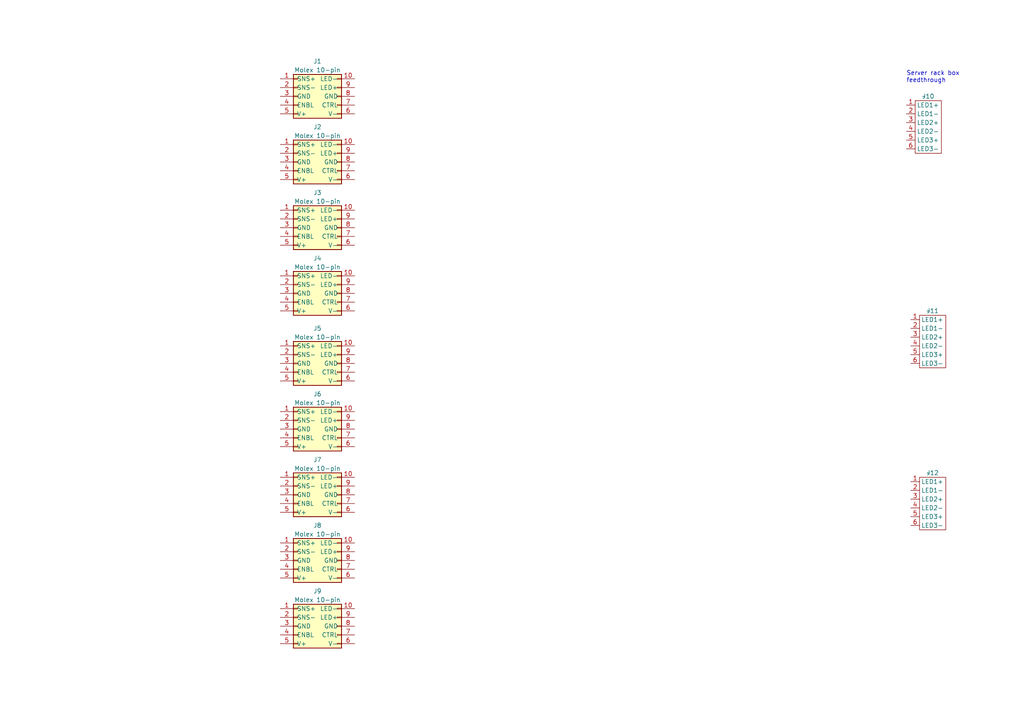
<source format=kicad_sch>
(kicad_sch (version 20230121) (generator eeschema)

  (uuid 33b0be37-4aa5-415a-8914-5441d29c7862)

  (paper "A4")

  (lib_symbols
    (symbol "bayonet_6pin_1" (in_bom yes) (on_board yes)
      (property "Reference" "J" (at 0 8.89 0)
        (effects (font (size 1.27 1.27)))
      )
      (property "Value" "" (at 1.27 8.89 0)
        (effects (font (size 1.27 1.27)))
      )
      (property "Footprint" "" (at 1.27 8.89 0)
        (effects (font (size 1.27 1.27)) hide)
      )
      (property "Datasheet" "" (at 1.27 8.89 0)
        (effects (font (size 1.27 1.27)) hide)
      )
      (symbol "bayonet_6pin_1_0_1"
        (rectangle (start -3.81 7.62) (end 3.81 -7.62)
          (stroke (width 0) (type default))
          (fill (type none))
        )
      )
      (symbol "bayonet_6pin_1_1_1"
        (pin passive line (at 6.35 6.35 180) (length 2.54)
          (name "LED1+" (effects (font (size 1.27 1.27))))
          (number "1" (effects (font (size 1.27 1.27))))
        )
        (pin passive line (at 6.35 3.81 180) (length 2.54)
          (name "LED1-" (effects (font (size 1.27 1.27))))
          (number "2" (effects (font (size 1.27 1.27))))
        )
        (pin passive line (at 6.35 1.27 180) (length 2.54)
          (name "LED2+" (effects (font (size 1.27 1.27))))
          (number "3" (effects (font (size 1.27 1.27))))
        )
        (pin passive line (at 6.35 -1.27 180) (length 2.54)
          (name "LED2-" (effects (font (size 1.27 1.27))))
          (number "4" (effects (font (size 1.27 1.27))))
        )
        (pin passive line (at 6.35 -3.81 180) (length 2.54)
          (name "LED3+" (effects (font (size 1.27 1.27))))
          (number "5" (effects (font (size 1.27 1.27))))
        )
        (pin passive line (at 6.35 -6.35 180) (length 2.54)
          (name "LED3-" (effects (font (size 1.27 1.27))))
          (number "6" (effects (font (size 1.27 1.27))))
        )
      )
    )
    (symbol "bayonet_6pin_2" (in_bom yes) (on_board yes)
      (property "Reference" "J" (at 0 8.89 0)
        (effects (font (size 1.27 1.27)))
      )
      (property "Value" "" (at 1.27 8.89 0)
        (effects (font (size 1.27 1.27)))
      )
      (property "Footprint" "" (at 1.27 8.89 0)
        (effects (font (size 1.27 1.27)) hide)
      )
      (property "Datasheet" "" (at 1.27 8.89 0)
        (effects (font (size 1.27 1.27)) hide)
      )
      (symbol "bayonet_6pin_2_0_1"
        (rectangle (start -3.81 7.62) (end 3.81 -7.62)
          (stroke (width 0) (type default))
          (fill (type none))
        )
      )
      (symbol "bayonet_6pin_2_1_1"
        (pin passive line (at 6.35 6.35 180) (length 2.54)
          (name "LED1+" (effects (font (size 1.27 1.27))))
          (number "1" (effects (font (size 1.27 1.27))))
        )
        (pin passive line (at 6.35 3.81 180) (length 2.54)
          (name "LED1-" (effects (font (size 1.27 1.27))))
          (number "2" (effects (font (size 1.27 1.27))))
        )
        (pin passive line (at 6.35 1.27 180) (length 2.54)
          (name "LED2+" (effects (font (size 1.27 1.27))))
          (number "3" (effects (font (size 1.27 1.27))))
        )
        (pin passive line (at 6.35 -1.27 180) (length 2.54)
          (name "LED2-" (effects (font (size 1.27 1.27))))
          (number "4" (effects (font (size 1.27 1.27))))
        )
        (pin passive line (at 6.35 -3.81 180) (length 2.54)
          (name "LED3+" (effects (font (size 1.27 1.27))))
          (number "5" (effects (font (size 1.27 1.27))))
        )
        (pin passive line (at 6.35 -6.35 180) (length 2.54)
          (name "LED3-" (effects (font (size 1.27 1.27))))
          (number "6" (effects (font (size 1.27 1.27))))
        )
      )
    )
    (symbol "led_driver:Molex_10-pin" (pin_names (offset 1.016)) (in_bom yes) (on_board yes)
      (property "Reference" "J1" (at 6.35 7.62 0)
        (effects (font (size 1.27 1.27)))
      )
      (property "Value" "Molex 10-pin" (at 6.35 -7.62 0)
        (effects (font (size 1.27 1.27)))
      )
      (property "Footprint" "Connector_PinHeader_2.54mm:PinHeader_2x05_P2.54mm_Vertical" (at 2.54 12.7 0)
        (effects (font (size 1.27 1.27)) hide)
      )
      (property "Datasheet" "~" (at 10.16 10.16 0)
        (effects (font (size 1.27 1.27)) hide)
      )
      (property "ki_keywords" "connector" (at 0 0 0)
        (effects (font (size 1.27 1.27)) hide)
      )
      (property "ki_description" "Generic connector, double row, 02x05, counter clockwise pin numbering scheme (similar to DIP package numbering), script generated (kicad-library-utils/schlib/autogen/connector/)" (at 0 0 0)
        (effects (font (size 1.27 1.27)) hide)
      )
      (property "ki_fp_filters" "Connector*:*_2x??_*" (at 0 0 0)
        (effects (font (size 1.27 1.27)) hide)
      )
      (symbol "Molex_10-pin_1_1"
        (rectangle (start -1.27 -4.953) (end 0 -5.207)
          (stroke (width 0.1524) (type default))
          (fill (type none))
        )
        (rectangle (start -1.27 -2.413) (end 0 -2.667)
          (stroke (width 0.1524) (type default))
          (fill (type none))
        )
        (rectangle (start -1.27 0.127) (end 0 -0.127)
          (stroke (width 0.1524) (type default))
          (fill (type none))
        )
        (rectangle (start -1.27 2.667) (end 0 2.413)
          (stroke (width 0.1524) (type default))
          (fill (type none))
        )
        (rectangle (start -1.27 5.207) (end 0 4.953)
          (stroke (width 0.1524) (type default))
          (fill (type none))
        )
        (rectangle (start -1.27 6.35) (end 12.7 -6.35)
          (stroke (width 0.254) (type default))
          (fill (type background))
        )
        (rectangle (start 11.43 5.207) (end 12.7 4.953)
          (stroke (width 0.1524) (type default))
          (fill (type none))
        )
        (rectangle (start 12.7 -4.953) (end 11.43 -5.207)
          (stroke (width 0.1524) (type default))
          (fill (type none))
        )
        (rectangle (start 12.7 -2.413) (end 11.43 -2.667)
          (stroke (width 0.1524) (type default))
          (fill (type none))
        )
        (rectangle (start 12.7 0.127) (end 11.43 -0.127)
          (stroke (width 0.1524) (type default))
          (fill (type none))
        )
        (rectangle (start 12.7 2.667) (end 11.43 2.413)
          (stroke (width 0.1524) (type default))
          (fill (type none))
        )
        (pin passive line (at -5.08 5.08 0) (length 3.81)
          (name "SNS+" (effects (font (size 1.27 1.27))))
          (number "1" (effects (font (size 1.27 1.27))))
        )
        (pin passive line (at 16.51 5.08 180) (length 3.81)
          (name "LED-" (effects (font (size 1.27 1.27))))
          (number "10" (effects (font (size 1.27 1.27))))
        )
        (pin passive line (at -5.08 2.54 0) (length 3.81)
          (name "SNS-" (effects (font (size 1.27 1.27))))
          (number "2" (effects (font (size 1.27 1.27))))
        )
        (pin passive line (at -5.08 0 0) (length 3.81)
          (name "GND" (effects (font (size 1.27 1.27))))
          (number "3" (effects (font (size 1.27 1.27))))
        )
        (pin passive line (at -5.08 -2.54 0) (length 3.81)
          (name "ENBL" (effects (font (size 1.27 1.27))))
          (number "4" (effects (font (size 1.27 1.27))))
        )
        (pin passive line (at -5.08 -5.08 0) (length 3.81)
          (name "V+" (effects (font (size 1.27 1.27))))
          (number "5" (effects (font (size 1.27 1.27))))
        )
        (pin passive line (at 16.51 -5.08 180) (length 3.81)
          (name "V-" (effects (font (size 1.27 1.27))))
          (number "6" (effects (font (size 1.27 1.27))))
        )
        (pin passive line (at 16.51 -2.54 180) (length 3.81)
          (name "CTRL" (effects (font (size 1.27 1.27))))
          (number "7" (effects (font (size 1.27 1.27))))
        )
        (pin passive line (at 16.51 0 180) (length 3.81)
          (name "GND" (effects (font (size 1.27 1.27))))
          (number "8" (effects (font (size 1.27 1.27))))
        )
        (pin passive line (at 16.51 2.54 180) (length 3.81)
          (name "LED+" (effects (font (size 1.27 1.27))))
          (number "9" (effects (font (size 1.27 1.27))))
        )
      )
    )
    (symbol "led_driver:bayonet_6pin" (in_bom yes) (on_board yes)
      (property "Reference" "J" (at 0 8.89 0)
        (effects (font (size 1.27 1.27)))
      )
      (property "Value" "" (at 1.27 8.89 0)
        (effects (font (size 1.27 1.27)))
      )
      (property "Footprint" "" (at 1.27 8.89 0)
        (effects (font (size 1.27 1.27)) hide)
      )
      (property "Datasheet" "" (at 1.27 8.89 0)
        (effects (font (size 1.27 1.27)) hide)
      )
      (symbol "bayonet_6pin_0_1"
        (rectangle (start -3.81 7.62) (end 3.81 -7.62)
          (stroke (width 0) (type default))
          (fill (type none))
        )
      )
      (symbol "bayonet_6pin_1_1"
        (pin passive line (at 6.35 6.35 180) (length 2.54)
          (name "LED1+" (effects (font (size 1.27 1.27))))
          (number "1" (effects (font (size 1.27 1.27))))
        )
        (pin passive line (at 6.35 3.81 180) (length 2.54)
          (name "LED1-" (effects (font (size 1.27 1.27))))
          (number "2" (effects (font (size 1.27 1.27))))
        )
        (pin passive line (at 6.35 1.27 180) (length 2.54)
          (name "LED2+" (effects (font (size 1.27 1.27))))
          (number "3" (effects (font (size 1.27 1.27))))
        )
        (pin passive line (at 6.35 -1.27 180) (length 2.54)
          (name "LED2-" (effects (font (size 1.27 1.27))))
          (number "4" (effects (font (size 1.27 1.27))))
        )
        (pin passive line (at 6.35 -3.81 180) (length 2.54)
          (name "LED3+" (effects (font (size 1.27 1.27))))
          (number "5" (effects (font (size 1.27 1.27))))
        )
        (pin passive line (at 6.35 -6.35 180) (length 2.54)
          (name "LED3-" (effects (font (size 1.27 1.27))))
          (number "6" (effects (font (size 1.27 1.27))))
        )
      )
    )
  )


  (text "Server rack box \nfeedthrough" (at 262.89 24.13 0)
    (effects (font (size 1.27 1.27)) (justify left bottom))
    (uuid ec0d06cf-8e53-456b-93c5-f58c9ef1b265)
  )

  (symbol (lib_id "led_driver:bayonet_6pin") (at 269.24 36.83 0) (mirror y) (unit 1)
    (in_bom yes) (on_board yes) (dnp no)
    (uuid 17302c5b-3cd3-44f7-bcc3-9488abde17de)
    (property "Reference" "J10" (at 269.24 27.94 0)
      (effects (font (size 1.27 1.27)))
    )
    (property "Value" "~" (at 267.97 27.94 0)
      (effects (font (size 1.27 1.27)))
    )
    (property "Footprint" "" (at 267.97 27.94 0)
      (effects (font (size 1.27 1.27)) hide)
    )
    (property "Datasheet" "" (at 267.97 27.94 0)
      (effects (font (size 1.27 1.27)) hide)
    )
    (pin "1" (uuid 7ea9e5ee-c29b-444f-84cc-186b3308def2))
    (pin "2" (uuid 5f772732-2db1-4fd6-9035-70f6ee3c5a91))
    (pin "3" (uuid a11a674b-5387-4d89-b22c-a7e5fc02352d))
    (pin "4" (uuid c3e77db4-54c2-4078-a1f2-89ed388dd2bf))
    (pin "5" (uuid ad9f68f7-46e3-4907-b323-b49839695614))
    (pin "6" (uuid 212ab176-f7e6-4d1a-aa17-7b47ed53d82a))
    (instances
      (project "led_driver_box"
        (path "/33b0be37-4aa5-415a-8914-5441d29c7862"
          (reference "J10") (unit 1)
        )
      )
    )
  )

  (symbol (lib_id "led_driver:Molex_10-pin") (at 86.36 124.46 0) (unit 1)
    (in_bom yes) (on_board yes) (dnp no) (fields_autoplaced)
    (uuid 1f1202d1-afd4-4efc-a4f7-51ae089d0dc4)
    (property "Reference" "J6" (at 92.075 114.3 0)
      (effects (font (size 1.27 1.27)))
    )
    (property "Value" "Molex 10-pin" (at 92.075 116.84 0)
      (effects (font (size 1.27 1.27)))
    )
    (property "Footprint" "Connector_PinHeader_2.54mm:PinHeader_2x05_P2.54mm_Vertical" (at 88.9 111.76 0)
      (effects (font (size 1.27 1.27)) hide)
    )
    (property "Datasheet" "~" (at 96.52 114.3 0)
      (effects (font (size 1.27 1.27)) hide)
    )
    (pin "1" (uuid 165d4e50-1d44-436f-a5cf-4f59b29f4e62))
    (pin "10" (uuid 6bec7ab4-9d52-41ae-a28e-841e26aaa00b))
    (pin "2" (uuid b14f6dc5-6266-44cf-a078-2eff25814b89))
    (pin "3" (uuid 63d185fe-eff7-47ef-bb4f-bf308b20b2df))
    (pin "4" (uuid 737f1366-7c25-4ddb-b8ad-9f4a27d9533b))
    (pin "5" (uuid eeaa6191-3afc-48fd-b170-0bfecadf7d93))
    (pin "6" (uuid 02547133-0bc9-4241-a1b9-c9064a47cfa5))
    (pin "7" (uuid 3ff70210-2b42-40ed-86f9-6fdd87b365da))
    (pin "8" (uuid d6026882-9ba9-47e7-8032-bfed9514a63a))
    (pin "9" (uuid f057739a-7d6b-40fd-9a69-e717d54fc919))
    (instances
      (project "led_driver_box"
        (path "/33b0be37-4aa5-415a-8914-5441d29c7862"
          (reference "J6") (unit 1)
        )
      )
    )
  )

  (symbol (lib_id "led_driver:Molex_10-pin") (at 86.36 143.51 0) (unit 1)
    (in_bom yes) (on_board yes) (dnp no) (fields_autoplaced)
    (uuid 2ab91372-53ac-4cd8-8212-ab9c6c26cb25)
    (property "Reference" "J7" (at 92.075 133.35 0)
      (effects (font (size 1.27 1.27)))
    )
    (property "Value" "Molex 10-pin" (at 92.075 135.89 0)
      (effects (font (size 1.27 1.27)))
    )
    (property "Footprint" "Connector_PinHeader_2.54mm:PinHeader_2x05_P2.54mm_Vertical" (at 88.9 130.81 0)
      (effects (font (size 1.27 1.27)) hide)
    )
    (property "Datasheet" "~" (at 96.52 133.35 0)
      (effects (font (size 1.27 1.27)) hide)
    )
    (pin "1" (uuid 9abe50f1-7c72-4c2f-bd3c-5cf4d72d948f))
    (pin "10" (uuid 721b9199-bc1c-4ec1-83d8-300160f04dbc))
    (pin "2" (uuid 59c6b4cc-2571-4dd8-9d12-b55f47f0157d))
    (pin "3" (uuid 0b37ed23-bdba-4d11-85b6-770bcbbb77f2))
    (pin "4" (uuid 7f9020d0-3860-4e77-a018-e40f58f673c7))
    (pin "5" (uuid fe91a109-1b19-43c6-a063-77d015c41ae8))
    (pin "6" (uuid 80e9a431-aa55-4819-b756-d6ddf496138c))
    (pin "7" (uuid 097e10d4-cdea-4ec8-833e-cc368b628e4a))
    (pin "8" (uuid 5d11283c-8b2d-48e6-b50a-b247a828bb24))
    (pin "9" (uuid 6d1dcdf3-0aa9-4036-909e-604b405ab025))
    (instances
      (project "led_driver_box"
        (path "/33b0be37-4aa5-415a-8914-5441d29c7862"
          (reference "J7") (unit 1)
        )
      )
    )
  )

  (symbol (lib_id "led_driver:Molex_10-pin") (at 86.36 66.04 0) (unit 1)
    (in_bom yes) (on_board yes) (dnp no) (fields_autoplaced)
    (uuid 2d540aa5-bbf7-4b87-a89d-31c97249be2b)
    (property "Reference" "J3" (at 92.075 55.88 0)
      (effects (font (size 1.27 1.27)))
    )
    (property "Value" "Molex 10-pin" (at 92.075 58.42 0)
      (effects (font (size 1.27 1.27)))
    )
    (property "Footprint" "Connector_PinHeader_2.54mm:PinHeader_2x05_P2.54mm_Vertical" (at 88.9 53.34 0)
      (effects (font (size 1.27 1.27)) hide)
    )
    (property "Datasheet" "~" (at 96.52 55.88 0)
      (effects (font (size 1.27 1.27)) hide)
    )
    (pin "1" (uuid e3a8bf3e-40e8-4e42-ae41-2dadb15d8df5))
    (pin "10" (uuid f587026e-4dac-48af-ad8e-d45daaa592e1))
    (pin "2" (uuid 5007ec70-70da-43e6-bee5-3064e4e20d3e))
    (pin "3" (uuid 5fdf8845-c73d-4355-8dde-4e432aa49d01))
    (pin "4" (uuid d3379c27-96f3-43f2-a141-09d3d8d0779d))
    (pin "5" (uuid c3217e9e-44ea-46b2-b38c-1007b75520b8))
    (pin "6" (uuid c6d0a90e-b6cb-4293-95b7-f2591306042f))
    (pin "7" (uuid 0eb1385d-3dd2-45d0-be59-8a0d45756dc3))
    (pin "8" (uuid c02d2ee6-eb3b-4fff-94ac-44ef37906e10))
    (pin "9" (uuid 31019807-8f3d-41ca-9ef8-f3cbc37ff74f))
    (instances
      (project "led_driver_box"
        (path "/33b0be37-4aa5-415a-8914-5441d29c7862"
          (reference "J3") (unit 1)
        )
      )
    )
  )

  (symbol (lib_id "led_driver:Molex_10-pin") (at 86.36 105.41 0) (unit 1)
    (in_bom yes) (on_board yes) (dnp no) (fields_autoplaced)
    (uuid 3c21d8b3-3362-423d-a7da-691c9cf2d032)
    (property "Reference" "J5" (at 92.075 95.25 0)
      (effects (font (size 1.27 1.27)))
    )
    (property "Value" "Molex 10-pin" (at 92.075 97.79 0)
      (effects (font (size 1.27 1.27)))
    )
    (property "Footprint" "Connector_PinHeader_2.54mm:PinHeader_2x05_P2.54mm_Vertical" (at 88.9 92.71 0)
      (effects (font (size 1.27 1.27)) hide)
    )
    (property "Datasheet" "~" (at 96.52 95.25 0)
      (effects (font (size 1.27 1.27)) hide)
    )
    (pin "1" (uuid f31d8a2b-4e4e-45e2-9883-2870866571fc))
    (pin "10" (uuid 108d9aec-f8f4-468b-9801-96930315732a))
    (pin "2" (uuid e88cf6c1-5dee-4a9d-85c6-7f2fcee12a03))
    (pin "3" (uuid f9b94a3d-efc0-4e75-a048-23bc8cdeac4c))
    (pin "4" (uuid 89a40884-8aa5-47b2-9eb4-89cdf5be2dfa))
    (pin "5" (uuid 4dd241d7-a889-4767-afab-4295d00fdad7))
    (pin "6" (uuid a9fb8bb5-69ac-4ff4-a2ca-ceca7f455708))
    (pin "7" (uuid 2c3e82d8-588a-42d2-a510-f7980669cb51))
    (pin "8" (uuid 8fbd9892-4ea2-4f02-b965-9c4f94a80a8c))
    (pin "9" (uuid 5d7da174-b5d2-4199-89b2-2afcb8b52557))
    (instances
      (project "led_driver_box"
        (path "/33b0be37-4aa5-415a-8914-5441d29c7862"
          (reference "J5") (unit 1)
        )
      )
    )
  )

  (symbol (lib_id "led_driver:Molex_10-pin") (at 86.36 162.56 0) (unit 1)
    (in_bom yes) (on_board yes) (dnp no) (fields_autoplaced)
    (uuid 4885d0ee-0342-4234-9124-3ccb1d5d558d)
    (property "Reference" "J8" (at 92.075 152.4 0)
      (effects (font (size 1.27 1.27)))
    )
    (property "Value" "Molex 10-pin" (at 92.075 154.94 0)
      (effects (font (size 1.27 1.27)))
    )
    (property "Footprint" "Connector_PinHeader_2.54mm:PinHeader_2x05_P2.54mm_Vertical" (at 88.9 149.86 0)
      (effects (font (size 1.27 1.27)) hide)
    )
    (property "Datasheet" "~" (at 96.52 152.4 0)
      (effects (font (size 1.27 1.27)) hide)
    )
    (pin "1" (uuid cab01002-e59d-40e9-bb14-a6625d32f29d))
    (pin "10" (uuid 5bf3cfb7-8b7c-4f58-b9be-7a9b8c3b1629))
    (pin "2" (uuid efb47e44-e46d-4ac6-8c71-e9689012df56))
    (pin "3" (uuid 51f28f67-6395-4e4e-8687-f910a6752b1f))
    (pin "4" (uuid ffde7097-525e-4de2-a350-ddfab9cbf624))
    (pin "5" (uuid a4869174-9495-48f6-859d-d440633ba4f0))
    (pin "6" (uuid 64204f29-b287-4b50-8029-7afcafb289f7))
    (pin "7" (uuid 2f564937-066c-4079-9b77-5d96b1c97578))
    (pin "8" (uuid cc585bc8-51f2-4d7d-8ad6-84bcd0549769))
    (pin "9" (uuid aad0b942-1f5e-4608-8c3a-7c89008e87c9))
    (instances
      (project "led_driver_box"
        (path "/33b0be37-4aa5-415a-8914-5441d29c7862"
          (reference "J8") (unit 1)
        )
      )
    )
  )

  (symbol (lib_name "bayonet_6pin_1") (lib_id "led_driver:bayonet_6pin") (at 270.51 146.05 0) (mirror y) (unit 1)
    (in_bom yes) (on_board yes) (dnp no)
    (uuid 6044c94f-2b77-4e58-95f8-db6aff8bebea)
    (property "Reference" "J12" (at 270.51 137.16 0)
      (effects (font (size 1.27 1.27)))
    )
    (property "Value" "~" (at 269.24 137.16 0)
      (effects (font (size 1.27 1.27)))
    )
    (property "Footprint" "" (at 269.24 137.16 0)
      (effects (font (size 1.27 1.27)) hide)
    )
    (property "Datasheet" "" (at 269.24 137.16 0)
      (effects (font (size 1.27 1.27)) hide)
    )
    (pin "1" (uuid 87d98685-7897-457d-8ffb-2997fb7c8ed6))
    (pin "2" (uuid 925a4a05-203c-4fc4-beb8-814347580bd4))
    (pin "3" (uuid 1282ec0d-1cb9-4bd7-8814-3e25d02b8726))
    (pin "4" (uuid 3b132685-1109-40d6-89e4-34e0aacf29b7))
    (pin "5" (uuid 6790f6ec-7122-4037-9e83-b8a42b89d802))
    (pin "6" (uuid ac4ea826-9641-485d-b25e-d702ae66eb3c))
    (instances
      (project "led_driver_box"
        (path "/33b0be37-4aa5-415a-8914-5441d29c7862"
          (reference "J12") (unit 1)
        )
      )
    )
  )

  (symbol (lib_id "led_driver:Molex_10-pin") (at 86.36 46.99 0) (unit 1)
    (in_bom yes) (on_board yes) (dnp no) (fields_autoplaced)
    (uuid 93c2ba70-475f-4936-8f6b-a8fb1534206f)
    (property "Reference" "J2" (at 92.075 36.83 0)
      (effects (font (size 1.27 1.27)))
    )
    (property "Value" "Molex 10-pin" (at 92.075 39.37 0)
      (effects (font (size 1.27 1.27)))
    )
    (property "Footprint" "Connector_PinHeader_2.54mm:PinHeader_2x05_P2.54mm_Vertical" (at 88.9 34.29 0)
      (effects (font (size 1.27 1.27)) hide)
    )
    (property "Datasheet" "~" (at 96.52 36.83 0)
      (effects (font (size 1.27 1.27)) hide)
    )
    (pin "1" (uuid 68eb7e87-c958-4cde-9bb6-f09dee28f8e8))
    (pin "10" (uuid a619dd37-e8b1-48f6-88e2-b0252d706520))
    (pin "2" (uuid 6aba2cb9-1f9b-4af2-b327-a222c4634202))
    (pin "3" (uuid f9e860f0-bff3-4c39-a05a-ac07ee80a1f3))
    (pin "4" (uuid eb8a0b79-b1c6-4bd7-b4ac-ae5f52ecca2f))
    (pin "5" (uuid 6b185f10-52e7-4d0c-bfae-af09776d2cf5))
    (pin "6" (uuid 4cdcf9a3-bb86-4185-9ee0-ce0318a0cbef))
    (pin "7" (uuid dca3a960-9846-4ae4-ad8c-d62c674631e6))
    (pin "8" (uuid 6b6d62bc-df67-4d5d-8e51-c6028dea5ac6))
    (pin "9" (uuid 2cb3826c-c10e-45c3-88a9-02cab064c040))
    (instances
      (project "led_driver_box"
        (path "/33b0be37-4aa5-415a-8914-5441d29c7862"
          (reference "J2") (unit 1)
        )
      )
    )
  )

  (symbol (lib_name "bayonet_6pin_2") (lib_id "led_driver:bayonet_6pin") (at 270.51 99.06 0) (mirror y) (unit 1)
    (in_bom yes) (on_board yes) (dnp no)
    (uuid a5a4ed68-dc67-4b69-b294-499f7068056b)
    (property "Reference" "J11" (at 270.51 90.17 0)
      (effects (font (size 1.27 1.27)))
    )
    (property "Value" "~" (at 269.24 90.17 0)
      (effects (font (size 1.27 1.27)))
    )
    (property "Footprint" "" (at 269.24 90.17 0)
      (effects (font (size 1.27 1.27)) hide)
    )
    (property "Datasheet" "" (at 269.24 90.17 0)
      (effects (font (size 1.27 1.27)) hide)
    )
    (pin "1" (uuid d6d614ba-a75d-441e-85df-8fd79eee1088))
    (pin "2" (uuid df6cd3ed-fae6-4c4a-9075-caf339b7a70b))
    (pin "3" (uuid a6ce8353-cd90-46d0-b6d0-97fe1d6fa4ab))
    (pin "4" (uuid 304dfa63-3909-4520-9b12-54dd393a0032))
    (pin "5" (uuid 010c4f36-0ea5-46d6-8de6-0e71faec5c35))
    (pin "6" (uuid a1b69e5d-3af8-41f9-b180-e9cb02f8236e))
    (instances
      (project "led_driver_box"
        (path "/33b0be37-4aa5-415a-8914-5441d29c7862"
          (reference "J11") (unit 1)
        )
      )
    )
  )

  (symbol (lib_id "led_driver:Molex_10-pin") (at 86.36 181.61 0) (unit 1)
    (in_bom yes) (on_board yes) (dnp no) (fields_autoplaced)
    (uuid c1ef70a7-9292-4c42-abc6-139704f5a526)
    (property "Reference" "J9" (at 92.075 171.45 0)
      (effects (font (size 1.27 1.27)))
    )
    (property "Value" "Molex 10-pin" (at 92.075 173.99 0)
      (effects (font (size 1.27 1.27)))
    )
    (property "Footprint" "Connector_PinHeader_2.54mm:PinHeader_2x05_P2.54mm_Vertical" (at 88.9 168.91 0)
      (effects (font (size 1.27 1.27)) hide)
    )
    (property "Datasheet" "~" (at 96.52 171.45 0)
      (effects (font (size 1.27 1.27)) hide)
    )
    (pin "1" (uuid 717c1e3c-c193-459b-ad6c-82acd2090e51))
    (pin "10" (uuid b16cfc26-2a34-4b3d-9e26-5dbe9573104f))
    (pin "2" (uuid 7a418748-eb10-4e4d-9543-544d12ec56ff))
    (pin "3" (uuid 86ee15c0-bebb-4caa-ab30-8e83d5cac282))
    (pin "4" (uuid 1f91f3c1-ef6f-469f-9f87-d7a675a81a65))
    (pin "5" (uuid 782491c3-fe17-4c20-bf6e-7220939d0e46))
    (pin "6" (uuid f1d48d24-5f01-4611-9c98-9dca8648ad48))
    (pin "7" (uuid 6ddbc03b-acf6-43ba-a983-13489347d444))
    (pin "8" (uuid 1a6e923b-3b72-4db4-84bc-68e3dce5f25d))
    (pin "9" (uuid 719eaaa5-4b07-406b-ac77-12def85ef065))
    (instances
      (project "led_driver_box"
        (path "/33b0be37-4aa5-415a-8914-5441d29c7862"
          (reference "J9") (unit 1)
        )
      )
    )
  )

  (symbol (lib_id "led_driver:Molex_10-pin") (at 86.36 27.94 0) (unit 1)
    (in_bom yes) (on_board yes) (dnp no) (fields_autoplaced)
    (uuid de72d83e-4104-482c-82f0-0c3d708f8672)
    (property "Reference" "J1" (at 92.075 17.78 0)
      (effects (font (size 1.27 1.27)))
    )
    (property "Value" "Molex 10-pin" (at 92.075 20.32 0)
      (effects (font (size 1.27 1.27)))
    )
    (property "Footprint" "Connector_PinHeader_2.54mm:PinHeader_2x05_P2.54mm_Vertical" (at 88.9 15.24 0)
      (effects (font (size 1.27 1.27)) hide)
    )
    (property "Datasheet" "~" (at 96.52 17.78 0)
      (effects (font (size 1.27 1.27)) hide)
    )
    (pin "1" (uuid b75ed792-fc4f-4103-98b6-31ce3f4d1284))
    (pin "10" (uuid 4d62e667-a4ad-4c64-a8cc-68299573ab16))
    (pin "2" (uuid b7e429ea-bff8-4498-be87-5e636adbbe28))
    (pin "3" (uuid 42a1c780-a1b1-4cb1-ba96-c17b156a8f56))
    (pin "4" (uuid 93c9272f-45ca-49d8-8bad-2c3af4ce3f1d))
    (pin "5" (uuid 4fdf2907-aa06-46fb-9ca3-d0c181701bbd))
    (pin "6" (uuid 45c4af5d-8a47-499d-b708-86c6addc6e16))
    (pin "7" (uuid 02310116-205b-49bb-93e5-ccdea84a1c8b))
    (pin "8" (uuid d1c1df00-c65d-4982-b10d-0c3ebb7d8775))
    (pin "9" (uuid 6759bbb1-e280-4554-9546-03f07c5d4b13))
    (instances
      (project "led_driver_box"
        (path "/33b0be37-4aa5-415a-8914-5441d29c7862"
          (reference "J1") (unit 1)
        )
      )
    )
  )

  (symbol (lib_id "led_driver:Molex_10-pin") (at 86.36 85.09 0) (unit 1)
    (in_bom yes) (on_board yes) (dnp no) (fields_autoplaced)
    (uuid fe713d48-3cc1-4372-affe-0ea93ca7b15d)
    (property "Reference" "J4" (at 92.075 74.93 0)
      (effects (font (size 1.27 1.27)))
    )
    (property "Value" "Molex 10-pin" (at 92.075 77.47 0)
      (effects (font (size 1.27 1.27)))
    )
    (property "Footprint" "Connector_PinHeader_2.54mm:PinHeader_2x05_P2.54mm_Vertical" (at 88.9 72.39 0)
      (effects (font (size 1.27 1.27)) hide)
    )
    (property "Datasheet" "~" (at 96.52 74.93 0)
      (effects (font (size 1.27 1.27)) hide)
    )
    (pin "1" (uuid 38bbe188-1f0f-43e5-ac24-48ccf9838711))
    (pin "10" (uuid 45e0555d-b235-4128-b396-eb70a03d31ad))
    (pin "2" (uuid 0696968c-8149-4254-82aa-749f334c2d19))
    (pin "3" (uuid dfe470a2-1b1d-40d5-ba0c-4ffbc9785e78))
    (pin "4" (uuid 904006c6-c415-4df9-bedb-db8d25c807d0))
    (pin "5" (uuid 2ba5b184-5b91-40c8-bb73-1cceb1868736))
    (pin "6" (uuid bbc0e610-7a88-4631-b413-932c3490f339))
    (pin "7" (uuid 79505430-2796-4b23-a9a2-c977db4baf10))
    (pin "8" (uuid 867304bb-0eae-4b74-a7fb-5f70d4e7d0ec))
    (pin "9" (uuid fdea988b-b654-42e4-aba6-dbaf667e58dc))
    (instances
      (project "led_driver_box"
        (path "/33b0be37-4aa5-415a-8914-5441d29c7862"
          (reference "J4") (unit 1)
        )
      )
    )
  )

  (sheet_instances
    (path "/" (page "1"))
  )
)

</source>
